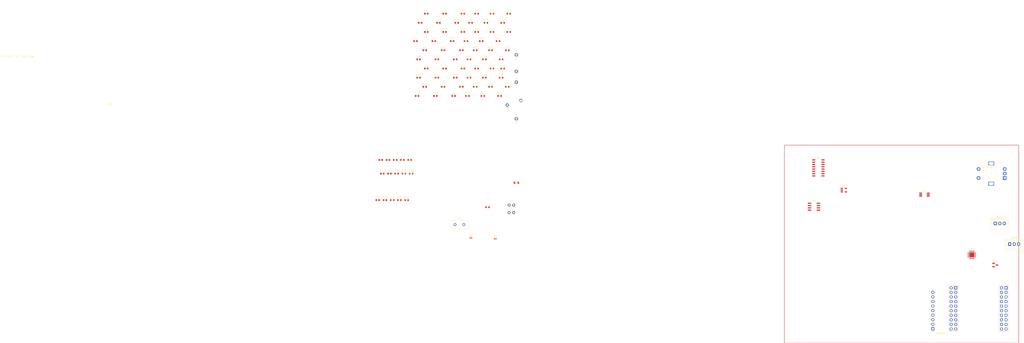
<source format=kicad_pcb>
(kicad_pcb (version 20241229) (generator "pcbnew") (generator_version "9.0")
  (layers (0 "F.Cu" signal) (2 "B.Cu" signal) (13 "F.Paste" user) (15 "B.Paste" user) (5 "F.SilkS" user "F.Silkscreen") (7 "B.SilkS" user "B.Silkscreen") (1 "F.Mask" user) (3 "B.Mask" user) (25 "Edge.Cuts" user))
  (net 0 "")
  (net 1 "Net-(U2A-+)")
  (net 2 "Net-(U1-1B2)")
  (net 3 "Net-(J2-SHIELD)")
  (net 4 "GND")
  (net 5 "Net-(C12-Pad1)")
  (net 6 "Net-(R28-Pad2)")
  (net 7 "Net-(U1-1A)")
  (net 8 "Net-(R27-Pad2)")
  (net 9 "Net-(C42-Pad1)")
  (net 10 "/VRev2.5")
  (net 11 "/I2S1_DOUT")
  (net 12 "Net-(U9-DOUT)")
  (net 13 "/I2S1_BCK")
  (net 14 "Net-(U9-BCK)")
  (net 15 "/I2S0_DOUT")
  (net 16 "Net-(U7-DOUT)")
  (net 17 "+5Vfiltered")
  (net 18 "Net-(U2B-+)")
  (net 19 "+3.3V")
  (net 20 "/SCL")
  (net 21 "Net-(U9-LRCK)")
  (net 22 "/I2S1_LRCK")
  (net 23 "Net-(U1-1B1)")
  (net 24 "Net-(U1-1B3)")
  (net 25 "Net-(U2A--)")
  (net 26 "Net-(U2B--)")
  (net 27 "Net-(U1-1B4)")
  (net 28 "Net-(U7-LRCK)")
  (net 29 "/I2S0_LRCK")
  (net 30 "Net-(U7-BCK)")
  (net 31 "/I2S0_BCK")
  (net 32 "Net-(C15-Pad1)")
  (net 33 "Net-(C16-Pad1)")
  (net 34 "+3.3Vfiltered")
  (net 35 "Net-(U3-D33)")
  (net 36 "Net-(D3-A)")
  (net 37 "Net-(Q1-B)")
  (net 38 "/SDA")
  (net 39 "Net-(U10-ISET)")
  (net 40 "Net-(Rf7-Pad2)")
  (net 41 "Net-(Rf6-Pad2)")
  (net 42 "Net-(U4-CLK0)")
  (net 43 "Net-(U1-S0)")
  (net 44 "Net-(U1-S1)")
  (net 45 "Net-(U4-CLK1)")
  (net 46 "Net-(U4-CLK2)")
  (net 47 "Net-(U7-SCKI)")
  (net 48 "Net-(U10-EN)")
  (net 49 "Net-(U10-VIN_OVSET)")
  (net 50 "Net-(J2-CC2)")
  (net 51 "Net-(U10-GND)")
  (net 52 "Net-(D4-A)")
  (net 53 "Net-(U10-LED)")
  (net 54 "Net-(Bat2-Pin_2)")
  (net 55 "Net-(U10-VBATM)")
  (net 56 "Net-(U10-BAT_STAT)")
  (net 57 "Net-(U10-NTC)")
  (net 58 "Net-(J2-CC1)")
  (net 59 "Net-(Q1-C)")
  (net 60 "Net-(U6-DClk)")
  (net 61 "Net-(U6-AMI)")
  (net 63 "Net-(D1-K)")
  (net 64 "Earth")
  (net 67 "Net-(U6-LOut)")
  (net 68 "Net-(U4-XB)")
  (net 69 "Net-(U4-XA)")
  (net 70 "Net-(C35-Pad1)")
  (net 71 "Net-(U10-DP)")
  (net 72 "+5V")
  (net 73 "Net-(U10-DM)")
  (net 74 "Net-(C36-Pad1)")
  (net 76 "Net-(U10-LX-Pad15)")
  (net 78 "Net-(C37-Pad1)")
  (net 79 "Net-(U10-BST)")
  (net 81 "Net-(D6-K)")
  (net 82 "Net-(J9-Pin_1)")
  (net 83 "Net-(J7-Pin_1)")
  (net 84 "Net-(J4-Pin_1)")
  (net 85 "Net-(J8-Pin_1)")
  (net 87 "Net-(U9-VINR)")
  (net 88 "Net-(U9-VINL)")
  (net 89 "Net-(U6-ROut)")
  (net 90 "Net-(U7-VINR)")
  (net 91 "Net-(U7-VINL)")
  (net 92 "Net-(U6-RCLK)")
  (net 93 "RST")
  (net 94 "5V")
  (net 95 "GPIO00")
  (net 96 "3.3V")
  (net 97 "GPIO25")
  (net 98 "GPIO36")
  (net 99 "NC")
  (net 100 "GPIO04")
  (net 101 "GPIO16")
  (net 102 "GPIO15")
  (net 103 "GPIO17")
  (net 104 "GPIO12")
  (net 105 "GPIO33")
  (net 106 "GPIO14")
  (net 107 "GPIO27")
  (net 108 "MOSI")
  (net 109 "SCK")
  (net 110 "SCL")
  (net 111 "SDA")
  (net 112 "DC")
  (net 113 "CS")
  (net 114 "CS-TF")
  (net 115 "GPIO39")
  (net 116 "GPIO35")
  (net 117 "GPIO06")
  (net 118 "GPIO07")
  (net 119 "GPIO08")
  (net 120 "GPIO02")
  (net 121 "GPIO32")
  (net 122 "GPIO03")
  (net 123 "GPIO01")
  (net 124 "GPIO10")
  (net 125 "GPIO11")
  (net 126 "GPIO09")
  (net 127 "GPIO34")
  (net 128 "OUT")
  (footprint "Capacitor_SMD:C_0603_1608Metric" (layer "F.Cu") (at -116.955 -22.86)
    (property "Reference" "C37" (at 0 -1.43 0) (layer "F.SilkS"))
    (property "Value" "10u")
    (pad "1" smd roundrect (at -0.775 0) (size 0.9 0.95) (layers "F.Cu" "F.Mask" "F.Paste") (net 78 "Net-(C37-Pad1)"))
    (pad "2" smd roundrect (at 0.775 0) (size 0.9 0.95) (layers "F.Cu" "F.Mask" "F.Paste") (net 4 "GND"))
  )
  (footprint "Package_SO:MSOP-10_3x3mm_P0.5mm" (layer "F.Cu") (at 145.2075 62.5)
    (property "Reference" "U4" (at 0 -2.45 0) (layer "F.SilkS"))
    (property "Value" "Si5351A-B-GT")
    (pad "1" smd roundrect (at -2.1125 -1) (size 1.625 0.35) (layers "F.Cu" "F.Mask" "F.Paste") (net 19 "+3.3V"))
    (pad "2" smd roundrect (at -2.1125 -0.5) (size 1.625 0.35) (layers "F.Cu" "F.Mask" "F.Paste") (net 69 "Net-(U4-XA)"))
    (pad "3" smd roundrect (at -2.1125 0) (size 1.625 0.35) (layers "F.Cu" "F.Mask" "F.Paste") (net 68 "Net-(U4-XB)"))
    (pad "4" smd roundrect (at -2.1125 0.5) (size 1.625 0.35) (layers "F.Cu" "F.Mask" "F.Paste") (net 20 "/SCL"))
    (pad "5" smd roundrect (at -2.1125 1) (size 1.625 0.35) (layers "F.Cu" "F.Mask" "F.Paste") (net 38 "/SDA"))
    (pad "6" smd roundrect (at 2.1125 1) (size 1.625 0.35) (layers "F.Cu" "F.Mask" "F.Paste") (net 46 "Net-(U4-CLK2)"))
    (pad "7" smd roundrect (at 2.1125 0.5) (size 1.625 0.35) (layers "F.Cu" "F.Mask" "F.Paste") (net 19 "+3.3V"))
    (pad "8" smd roundrect (at 2.1125 0) (size 1.625 0.35) (layers "F.Cu" "F.Mask" "F.Paste") (net 4 "GND"))
    (pad "9" smd roundrect (at 2.1125 -0.5) (size 1.625 0.35) (layers "F.Cu" "F.Mask" "F.Paste") (net 45 "Net-(U4-CLK1)"))
    (pad "10" smd roundrect (at 2.1125 -1) (size 1.625 0.35) (layers "F.Cu" "F.Mask" "F.Paste") (net 42 "Net-(U4-CLK0)"))
  )
  (footprint "Resistor_SMD:R_0603_1608Metric" (layer "F.Cu") (at -94.805 -27.94)
    (property "Reference" "R24" (at 0 -1.43 0) (layer "F.SilkS"))
    (property "Value" "22")
    (pad "1" smd roundrect (at -0.825 0) (size 0.8 0.95) (layers "F.Cu" "F.Mask" "F.Paste") (net 12 "Net-(U9-DOUT)"))
    (pad "2" smd roundrect (at 0.825 0) (size 0.8 0.95) (layers "F.Cu" "F.Mask" "F.Paste") (net 11 "/I2S1_DOUT"))
  )
  (footprint "Resistor_SMD:R_0603_1608Metric" (layer "F.Cu") (at -90.615 7.62)
    (property "Reference" "Rg1" (at 0 -1.43 0) (layer "F.SilkS"))
    (property "Value" "604")
    (pad "1" smd roundrect (at -0.825 0) (size 0.8 0.95) (layers "F.Cu" "F.Mask" "F.Paste") (net 41 "Net-(Rf6-Pad2)"))
    (pad "2" smd roundrect (at 0.825 0) (size 0.8 0.95) (layers "F.Cu" "F.Mask" "F.Paste") (net 10 "/VRev2.5"))
  )
  (footprint "Capacitor_SMD:C_0603_1608Metric" (layer "F.Cu") (at -124.535 -33.02)
    (property "Reference" "C17" (at 0 -1.43 0) (layer "F.SilkS"))
    (property "Value" "4.7u")
    (pad "1" smd roundrect (at -0.775 0) (size 0.9 0.95) (layers "F.Cu" "F.Mask" "F.Paste") (net 87 "Net-(U9-VINR)"))
    (pad "2" smd roundrect (at 0.775 0) (size 0.9 0.95) (layers "F.Cu" "F.Mask" "F.Paste") (net 67 "Net-(U6-LOut)"))
  )
  (footprint "Resistor_SMD:R_0603_1608Metric" (layer "F.Cu") (at -148.545 43.18)
    (property "Reference" "R1" (at -209.755 -57.35 0) (layer "F.SilkS"))
    (property "Value" "22")
    (pad "1" smd roundrect (at -0.825 0) (size 0.8 0.95) (layers "F.Cu" "F.Mask" "F.Paste") (net 28 "Net-(U7-LRCK)"))
    (pad "2" smd roundrect (at 0.825 0) (size 0.8 0.95) (layers "F.Cu" "F.Mask" "F.Paste") (net 29 "/I2S0_LRCK"))
  )
  (footprint "Capacitor_SMD:C_0603_1608Metric" (layer "F.Cu") (at -121.145 -38.1)
    (property "Reference" "C16" (at 0 -1.43 0) (layer "F.SilkS"))
    (property "Value" "4.7u")
    (pad "1" smd roundrect (at -0.775 0) (size 0.9 0.95) (layers "F.Cu" "F.Mask" "F.Paste") (net 33 "Net-(C16-Pad1)"))
    (pad "2" smd roundrect (at 0.775 0) (size 0.9 0.95) (layers "F.Cu" "F.Mask" "F.Paste") (net 90 "Net-(U7-VINR)"))
  )
  (footprint "Resistor_SMD:R_0603_1608Metric" (layer "F.Cu") (at -142.21 65.53)
    (property "Reference" "R40" (at 0 -1.43 0) (layer "F.SilkS"))
    (property "Value" "100")
    (pad "1" smd roundrect (at -0.825 0) (size 0.8 0.95) (layers "F.Cu" "F.Mask" "F.Paste") (net 53 "Net-(U10-LED)"))
    (pad "2" smd roundrect (at 0.825 0) (size 0.8 0.95) (layers "F.Cu" "F.Mask" "F.Paste") (net 52 "Net-(D4-A)"))
  )
  (footprint "Package_SO:SO-16_3.9x9.9mm_P1.27mm" (layer "F.Cu") (at 86.325 47.625)
    (property "Reference" "U1" (at 0 -5.9 0) (layer "F.SilkS"))
    (property "Value" "CBT3253")
    (pad "1" smd roundrect (at -2.575 -4.445) (size 1.75 0.6) (layers "F.Cu" "F.Mask" "F.Paste") (net 4 "GND"))
    (pad "2" smd roundrect (at -2.575 -3.175) (size 1.75 0.6) (layers "F.Cu" "F.Mask" "F.Paste") (net 44 "Net-(U1-S1)"))
    (pad "3" smd roundrect (at -2.575 -1.905) (size 1.75 0.6) (layers "F.Cu" "F.Mask" "F.Paste") (net 27 "Net-(U1-1B4)"))
    (pad "4" smd roundrect (at -2.575 -0.635) (size 1.75 0.6) (layers "F.Cu" "F.Mask" "F.Paste") (net 24 "Net-(U1-1B3)"))
    (pad "5" smd roundrect (at -2.575 0.635) (size 1.75 0.6) (layers "F.Cu" "F.Mask" "F.Paste") (net 2 "Net-(U1-1B2)"))
    (pad "6" smd roundrect (at -2.575 1.905) (size 1.75 0.6) (layers "F.Cu" "F.Mask" "F.Paste") (net 23 "Net-(U1-1B1)"))
    (pad "7" smd roundrect (at -2.575 3.175) (size 1.75 0.6) (layers "F.Cu" "F.Mask" "F.Paste") (net 7 "Net-(U1-1A)"))
    (pad "8" smd roundrect (at -2.575 4.445) (size 1.75 0.6) (layers "F.Cu" "F.Mask" "F.Paste") (net 4 "GND"))
    (pad "9" smd roundrect (at 2.575 4.445) (size 1.75 0.6) (layers "F.Cu" "F.Mask" "F.Paste") (net 7 "Net-(U1-1A)"))
    (pad "10" smd roundrect (at 2.575 3.175) (size 1.75 0.6) (layers "F.Cu" "F.Mask" "F.Paste") (net 23 "Net-(U1-1B1)"))
    (pad "11" smd roundrect (at 2.575 1.905) (size 1.75 0.6) (layers "F.Cu" "F.Mask" "F.Paste") (net 2 "Net-(U1-1B2)"))
    (pad "12" smd roundrect (at 2.575 0.635) (size 1.75 0.6) (layers "F.Cu" "F.Mask" "F.Paste") (net 24 "Net-(U1-1B3)"))
    (pad "13" smd roundrect (at 2.575 -0.635) (size 1.75 0.6) (layers "F.Cu" "F.Mask" "F.Paste") (net 27 "Net-(U1-1B4)"))
    (pad "14" smd roundrect (at 2.575 -1.905) (size 1.75 0.6) (layers "F.Cu" "F.Mask" "F.Paste") (net 43 "Net-(U1-S0)"))
    (pad "15" smd roundrect (at 2.575 -3.175) (size 1.75 0.6) (layers "F.Cu" "F.Mask" "F.Paste") (net 4 "GND"))
    (pad "16" smd roundrect (at 2.575 -4.445) (size 1.75 0.6) (layers "F.Cu" "F.Mask" "F.Paste") (net 17 "+5Vfiltered"))
  )
  (footprint "MountingHole:MountingHole_2.2mm_M2_DIN965" (layer "F.Cu") (at 149.86 142.24 180)
    (property "Reference" "M2" (hide yes))
    (property "Value" "")
    (pad "" np_thru_hole circle (at 0 0 180) (size 2.2 2.2) (drill 2.2) (layers "*.Cu" "*.Mask"))
  )
  (footprint "MountingHole:MountingHole_2.2mm_M2_DIN965" (layer "F.Cu") (at 193.04 142.24 180)
    (property "Reference" "M2" (hide yes))
    (property "Value" "")
    (pad "" np_thru_hole circle (at 0 0 180) (size 2.2 2.2) (drill 2.2) (layers "*.Cu" "*.Mask"))
  )
  (footprint "Capacitor_SMD:C_0603_1608Metric" (layer "F.Cu") (at -125.4 -12.7)
    (property "Reference" "C22" (at 0 -1.43 0) (layer "F.SilkS"))
    (property "Value" "22p")
    (pad "1" smd roundrect (at -0.775 0) (size 0.9 0.95) (layers "F.Cu" "F.Mask" "F.Paste") (net 4 "GND"))
    (pad "2" smd roundrect (at 0.775 0) (size 0.9 0.95) (layers "F.Cu" "F.Mask" "F.Paste") (net 92 "Net-(U6-RCLK)"))
  )
  (footprint "Resistor_SMD:R_0603_1608Metric" (layer "F.Cu") (at -109.285 -22.86)
    (property "Reference" "R7" (at 0 -1.43 0) (layer "F.SilkS"))
    (property "Value" "4.7kΩ")
    (pad "1" smd roundrect (at -0.825 0) (size 0.8 0.95) (layers "F.Cu" "F.Mask" "F.Paste") (net 19 "+3.3V"))
    (pad "2" smd roundrect (at 0.825 0) (size 0.8 0.95) (layers "F.Cu" "F.Mask" "F.Paste") (net 38 "/SDA"))
  )
  (footprint "Capacitor_SMD:C_0603_1608Metric" (layer "F.Cu") (at -115.24 -2.54)
    (property "Reference" "C43" (at 0 -1.43 0) (layer "F.SilkS"))
    (property "Value" "100n")
    (pad "1" smd roundrect (at -0.775 0) (size 0.9 0.95) (layers "F.Cu" "F.Mask" "F.Paste") (net 17 "+5Vfiltered"))
    (pad "2" smd roundrect (at 0.775 0) (size 0.9 0.95) (layers "F.Cu" "F.Mask" "F.Paste") (net 4 "GND"))
  )
  (footprint "Inductor_SMD:L_0603_1608Metric" (layer "F.Cu") (at -111.835 2.54)
    (property "Reference" "L5" (at 0 -1.43 0) (layer "F.SilkS"))
    (property "Value" "Ferrite_perl")
    (pad "1" smd roundrect (at -0.7875 0) (size 0.875 0.95) (layers "F.Cu" "F.Mask" "F.Paste") (net 19 "+3.3V"))
    (pad "2" smd roundrect (at 0.7875 0) (size 0.875 0.95) (layers "F.Cu" "F.Mask" "F.Paste") (net 83 "Net-(J7-Pin_1)"))
  )
  (footprint "Connector_Pin:Pin_D0.9mm_L10.0mm_W2.4mm_FlatFork" (layer "F.Cu") (at -81.28 -15.24)
    (property "Reference" "J1" (at 0 1.95 0) (layer "F.SilkS"))
    (property "Value" "RF_GMD")
    (pad "1" thru_hole circle (at 0 0) (size 1.8 1.8) (drill 0.9) (layers "*.Cu" "*.Mask") (net 4 "GND"))
  )
  (footprint "Capacitor_SMD:C_0603_1608Metric" (layer "F.Cu") (at -137.275 -22.86)
    (property "Reference" "C4" (at 0 -1.43 0) (layer "F.SilkS"))
    (property "Value" "220n")
    (pad "1" smd roundrect (at -0.775 0) (size 0.9 0.95) (layers "F.Cu" "F.Mask" "F.Paste") (net 2 "Net-(U1-1B2)"))
    (pad "2" smd roundrect (at 0.775 0) (size 0.9 0.95) (layers "F.Cu" "F.Mask" "F.Paste") (net 4 "GND"))
  )
  (footprint "Capacitor_SMD:C_0603_1608Metric" (layer "F.Cu") (at -131.305 -38.1)
    (property "Reference" "C1" (at 0 -1.43 0) (layer "F.SilkS"))
    (property "Value" "100p")
    (pad "1" smd roundrect (at -0.775 0) (size 0.9 0.95) (layers "F.Cu" "F.Mask" "F.Paste") (net 63 "Net-(D1-K)"))
    (pad "2" smd roundrect (at 0.775 0) (size 0.9 0.95) (layers "F.Cu" "F.Mask" "F.Paste") (net 85 "Net-(J8-Pin_1)"))
  )
  (footprint "Capacitor_SMD:C_0603_1608Metric" (layer "F.Cu") (at -158.25 65.53)
    (property "Reference" "C15" (at 0 -1.43 0) (layer "F.SilkS"))
    (property "Value" "4.7u")
    (pad "1" smd roundrect (at -0.775 0) (size 0.9 0.95) (layers "F.Cu" "F.Mask" "F.Paste") (net 32 "Net-(C15-Pad1)"))
    (pad "2" smd roundrect (at 0.775 0) (size 0.9 0.95) (layers "F.Cu" "F.Mask" "F.Paste") (net 91 "Net-(U7-VINL)"))
  )
  (footprint "Capacitor_SMD:C_0603_1608Metric" (layer "F.Cu") (at -127.115 -22.86)
    (property "Reference" "C20" (at 0 -1.43 0) (layer "F.SilkS"))
    (property "Value" "10u")
    (pad "1" smd roundrect (at -0.775 0) (size 0.9 0.95) (layers "F.Cu" "F.Mask" "F.Paste") (net 4 "GND"))
    (pad "2" smd roundrect (at 0.775 0) (size 0.9 0.95) (layers "F.Cu" "F.Mask" "F.Paste") (net 17 "+5Vfiltered"))
  )
  (footprint "Resistor_SMD:R_0603_1608Metric" (layer "F.Cu") (at -146.22 65.53)
    (property "Reference" "R21" (at 0 -1.43 0) (layer "F.SilkS"))
    (property "Value" "22")
    (pad "1" smd roundrect (at -0.825 0) (size 0.8 0.95) (layers "F.Cu" "F.Mask" "F.Paste") (net 16 "Net-(U7-DOUT)"))
    (pad "2" smd roundrect (at 0.825 0) (size 0.8 0.95) (layers "F.Cu" "F.Mask" "F.Paste") (net 15 "/I2S0_DOUT"))
  )
  (footprint "Capacitor_SMD:C_0603_1608Metric" (layer "F.Cu") (at -121.97 -17.78)
    (property "Reference" "C21" (at 0 -1.43 0) (layer "F.SilkS"))
    (property "Value" "22p")
    (pad "1" smd roundrect (at -0.775 0) (size 0.9 0.95) (layers "F.Cu" "F.Mask" "F.Paste") (net 4 "GND"))
    (pad "2" smd roundrect (at 0.775 0) (size 0.9 0.95) (layers "F.Cu" "F.Mask" "F.Paste") (net 60 "Net-(U6-DClk)"))
  )
  (footprint "Diode_SMD:D_SOD-882D" (layer "F.Cu") (at -106.495 86.52)
    (property "Reference" "D6" (at 0 -1.35 0) (layer "F.SilkS"))
    (property "Value" "PESD5V0L1ULD")
    (pad "1" smd roundrect (at -0.4 0) (size 0.5 0.7) (layers "F.Cu" "F.Mask") (net 81 "Net-(D6-K)"))
    (pad "2" smd roundrect (at 0.4 0) (size 0.5 0.7) (layers "F.Cu" "F.Mask") (net 4 "GND"))
  )
  (footprint "Resistor_SMD:R_0603_1608Metric" (layer "F.Cu") (at -140.525 43.18)
    (property "Reference" "R38" (at -209.755 -57.35 0) (layer "F.SilkS"))
    (property "Value" "100")
    (pad "1" smd roundrect (at -0.825 0) (size 0.8 0.95) (layers "F.Cu" "F.Mask" "F.Paste") (net 56 "Net-(U10-BAT_STAT)"))
    (pad "2" smd roundrect (at 0.825 0) (size 0.8 0.95) (layers "F.Cu" "F.Mask" "F.Paste") (net 36 "Net-(D3-A)"))
  )
  (footprint "Resistor_SMD:R_0603_1608Metric" (layer "F.Cu") (at -103.315 -7.62)
    (property "Reference" "R11" (at 0 -1.43 0) (layer "F.SilkS"))
    (property "Value" "1k")
    (pad "1" smd roundrect (at -0.825 0) (size 0.8 0.95) (layers "F.Cu" "F.Mask" "F.Paste") (net 18 "Net-(U2B-+)"))
    (pad "2" smd roundrect (at 0.825 0) (size 0.8 0.95) (layers "F.Cu" "F.Mask" "F.Paste") (net 23 "Net-(U1-1B1)"))
  )
  (footprint "Capacitor_SMD:C_0603_1608Metric" (layer "F.Cu") (at -111.81 -17.78)
    (property "Reference" "C40" (at 0 -1.43 0) (layer "F.SilkS"))
    (property "Value" "100p")
    (pad "1" smd roundrect (at -0.775 0) (size 0.9 0.95) (layers "F.Cu" "F.Mask" "F.Paste") (net 81 "Net-(D6-K)"))
    (pad "2" smd roundrect (at 0.775 0) (size 0.9 0.95) (layers "F.Cu" "F.Mask" "F.Paste") (net 4 "GND"))
  )
  (footprint "Resistor_SMD:R_0603_1608Metric" (layer "F.Cu") (at -103.315 -27.94)
    (property "Reference" "R6" (at 0 -1.43 0) (layer "F.SilkS"))
    (property "Value" "10K")
    (pad "1" smd roundrect (at -0.825 0) (size 0.8 0.95) (layers "F.Cu" "F.Mask" "F.Paste") (net 37 "Net-(Q1-B)"))
    (pad "2" smd roundrect (at 0.825 0) (size 0.8 0.95) (layers "F.Cu" "F.Mask" "F.Paste") (net 36 "Net-(D3-A)"))
  )
  (footprint "Resistor_SMD:R_0603_1608Metric" (layer "F.Cu") (at -86.36 2.54)
    (property "Reference" "Rf7" (at 0 -1.43 0) (layer "F.SilkS"))
    (property "Value" "604")
    (pad "1" smd roundrect (at -0.825 0) (size 0.8 0.95) (layers "F.Cu" "F.Mask" "F.Paste") (net 6 "Net-(R28-Pad2)"))
    (pad "2" smd roundrect (at 0.825 0) (size 0.8 0.95) (layers "F.Cu" "F.Mask" "F.Paste") (net 40 "Net-(Rf7-Pad2)"))
  )
  (footprint "Resistor_SMD:R_0603_1608Metric" (layer "F.Cu") (at -107.57 -2.54)
    (property "Reference" "R12" (at 0 -1.43 0) (layer "F.SilkS"))
    (property "Value" "1k")
    (pad "1" smd roundrect (at -0.825 0) (size 0.8 0.95) (layers "F.Cu" "F.Mask" "F.Paste") (net 1 "Net-(U2A-+)"))
    (pad "2" smd roundrect (at 0.825 0) (size 0.8 0.95) (layers "F.Cu" "F.Mask" "F.Paste") (net 2 "Net-(U1-1B2)"))
  )
  (footprint "Resistor_SMD:R_0603_1608Metric" (layer "F.Cu") (at -103.315 -38.1)
    (property "Reference" "R4" (at 0 -1.43 0) (layer "F.SilkS"))
    (property "Value" "47k")
    (pad "1" smd roundrect (at -0.825 0) (size 0.8 0.95) (layers "F.Cu" "F.Mask" "F.Paste") (net 33 "Net-(C16-Pad1)"))
    (pad "2" smd roundrect (at 0.825 0) (size 0.8 0.95) (layers "F.Cu" "F.Mask" "F.Paste") (net 25 "Net-(U2A--)"))
  )
  (footprint "Capacitor_SMD:C_0603_1608Metric" (layer "F.Cu") (at -134.695 -33.02)
    (property "Reference" "C2" (at 0 -1.43 0) (layer "F.SilkS"))
    (property "Value" "220n")
    (pad "1" smd roundrect (at -0.775 0) (size 0.9 0.95) (layers "F.Cu" "F.Mask" "F.Paste") (net 23 "Net-(U1-1B1)"))
    (pad "2" smd roundrect (at 0.775 0) (size 0.9 0.95) (layers "F.Cu" "F.Mask" "F.Paste") (net 4 "GND"))
  )
  (footprint "Resistor_SMD:R_0603_1608Metric" (layer "F.Cu") (at -94.805 -7.62)
    (property "Reference" "R34" (at 0 -1.43 0) (layer "F.SilkS"))
    (property "Value" "1M")
    (pad "1" smd roundrect (at -0.825 0) (size 0.8 0.95) (layers "F.Cu" "F.Mask" "F.Paste") (net 3 "Net-(J2-SHIELD)"))
    (pad "2" smd roundrect (at 0.825 0) (size 0.8 0.95) (layers "F.Cu" "F.Mask" "F.Paste") (net 4 "GND"))
  )
  (footprint "Resistor_SMD:R_0603_1608Metric" (layer "F.Cu") (at -91.48 -22.86)
    (property "Reference" "R44" (at 0 -1.43 0) (layer "F.SilkS"))
    (property "Value" "5.1K")
    (pad "1" smd roundrect (at -0.825 0) (size 0.8 0.95) (layers "F.Cu" "F.Mask" "F.Paste") (net 48 "Net-(U10-EN)"))
    (pad "2" smd roundrect (at 0.825 0) (size 0.8 0.95) (layers "F.Cu" "F.Mask" "F.Paste") (net 4 "GND"))
  )
  (footprint "Package_SO:SOIC-8_3.9x4.9mm_P1.27mm" (layer "F.Cu") (at 83.885 69.215)
    (property "Reference" "U6" (at 0 -3.4 0) (layer "F.SilkS"))
    (property "Value" "Si4732-A10")
    (pad "1" smd roundrect (at -2.475 -1.905) (size 1.95 0.6) (layers "F.Cu" "F.Mask" "F.Paste") (net 67 "Net-(U6-LOut)"))
    (pad "2" smd roundrect (at -2.475 -0.635) (size 1.95 0.6) (layers "F.Cu" "F.Mask" "F.Paste") (net 60 "Net-(U6-DClk)"))
    (pad "3" smd roundrect (at -2.475 0.635) (size 1.95 0.6) (layers "F.Cu" "F.Mask" "F.Paste"))
    (pad "4" smd roundrect (at -2.475 1.905) (size 1.95 0.6) (layers "F.Cu" "F.Mask" "F.Paste"))
    (pad "5" smd roundrect (at 2.475 1.905) (size 1.95 0.6) (layers "F.Cu" "F.Mask" "F.Paste"))
    (pad "6" smd roundrect (at 2.475 0.635) (size 1.95 0.6) (layers "F.Cu" "F.Mask" "F.Paste") (net 63 "Net-(D1-K)"))
    (pad "7" smd roundrect (at 2.475 -0.635) (size 1.95 0.6) (layers "F.Cu" "F.Mask" "F.Paste") (net 64 "Earth"))
    (pad "8" smd roundrect (at 2.475 -1.905) (size 1.95 0.6) (layers "F.Cu" "F.Mask" "F.Paste") (net 61 "Net-(U6-AMI)"))
  )
  (footprint "Capacitor_SMD:C_0603_1608Metric" (layer "F.Cu") (at -121.145 -27.94)
    (property "Reference" "C18" (at 0 -1.43 0) (layer "F.SilkS"))
    (property "Value" "4.7u")
    (pad "1" smd roundrect (at -0.775 0) (size 0.9 0.95) (layers "F.Cu" "F.Mask" "F.Paste") (net 88 "Net-(U9-VINL)"))
    (pad "2" smd roundrect (at 0.775 0) (size 0.9 0.95) (layers "F.Cu" "F.Mask" "F.Paste") (net 89 "Net-(U6-ROut)"))
  )
  (footprint "Resistor_SMD:R_0603_1608Metric" (layer "F.Cu") (at -99.06 -2.54)
    (property "Reference" "R35" (at 0 -1.43 0) (layer "F.SilkS"))
    (property "Value" "5.1K")
    (pad "1" smd roundrect (at -0.825 0) (size 0.8 0.95) (layers "F.Cu" "F.Mask" "F.Paste") (net 50 "Net-(J2-CC2)"))
    (pad "2" smd roundrect (at 0.825 0) (size 0.8 0.95) (layers "F.Cu" "F.Mask" "F.Paste") (net 4 "GND"))
  )
  (footprint "Connector_Pin:Pin_D0.9mm_L10.0mm_W2.4mm_FlatFork" (layer "F.Cu") (at -81.28 20.32)
    (property "Reference" "J9" (at 0 1.95 0) (layer "F.SilkS"))
    (property "Value" "RF_In")
    (pad "1" thru_hole circle (at 0 0) (size 1.8 1.8) (drill 0.9) (layers "*.Cu" "*.Mask") (net 82 "Net-(J9-Pin_1)"))
  )
  (footprint "Resistor_SMD:R_0603_1608Metric" (layer "F.Cu") (at -144.535 43.18)
    (property "Reference" "R19" (at -209.755 -57.35 0) (layer "F.SilkS"))
    (property "Value" "47k")
    (pad "1" smd roundrect (at -0.825 0) (size 0.8 0.95) (layers "F.Cu" "F.Mask" "F.Paste") (net 18 "Net-(U2B-+)"))
    (pad "2" smd roundrect (at 0.825 0) (size 0.8 0.95) (layers "F.Cu" "F.Mask" "F.Paste") (net 10 "/VRev2.5"))
  )
  (footprint "Capacitor_SMD:C_0603_1608Metric" (layer "F.Cu") (at -135.56 -12.7)
    (property "Reference" "C8" (at 0 -1.43 0) (layer "F.SilkS"))
    (property "Value" "270p")
    (pad "1" smd roundrect (at -0.775 0) (size 0.9 0.95) (layers "F.Cu" "F.Mask" "F.Paste") (net 82 "Net-(J9-Pin_1)"))
    (pad "2" smd roundrect (at 0.775 0) (size 0.9 0.95) (layers "F.Cu" "F.Mask" "F.Paste") (net 4 "GND"))
  )
  (footprint "Capacitor_SMD:C_0603_1608Metric" (layer "F.Cu") (at -156.565 43.18)
    (property "Reference" "C13" (at -209.755 -57.35 0) (layer "F.SilkS"))
    (property "Value" "2..20p")
    (pad "1" smd roundrect (at -0.775 0) (size 0.9 0.95) (layers "F.Cu" "F.Mask" "F.Paste") (net 69 "Net-(U4-XA)"))
    (pad "2" smd roundrect (at 0.775 0) (size 0.9 0.95) (layers "F.Cu" "F.Mask" "F.Paste") (net 4 "GND"))
  )
  (footprint "Capacitor_SMD:C_0603_1608Metric" (layer "F.Cu") (at -154.24 65.53)
    (property "Reference" "C31" (at 0 -1.43 0) (layer "F.SilkS"))
    (property "Value" "100n")
    (pad "1" smd roundrect (at -0.775 0) (size 0.9 0.95) (layers "F.Cu" "F.Mask" "F.Paste") (net 4 "GND"))
    (pad "2" smd roundrect (at 0.775 0) (size 0.9 0.95) (layers "F.Cu" "F.Mask" "F.Paste") (net 17 "+5Vfiltered"))
  )
  (footprint "Connector_JST:JST_XH_B3B-XH-A_1x03_P2.50mm_Vertical" (layer "F.Cu") (at 184.5 78.5)
    (property "Reference" "Bat2" (at 2.5 -3.55 0) (layer "F.SilkS"))
    (property "Value" "JST-XH")
    (pad "1" thru_hole roundrect (at 0 0) (size 1.7 1.95) (drill 0.95) (layers "*.Cu" "*.Mask") (roundrect_rratio 0.147059) (net 4 "GND"))
    (pad "2" thru_hole oval (at 2.5 0) (size 1.7 1.95) (drill 0.95) (layers "*.Cu" "*.Mask") (net 54 "Net-(Bat2-Pin_2)"))
    (pad "3" thru_hole oval (at 5 0) (size 1.7 1.95) (drill 0.95) (layers "*.Cu" "*.Mask") (net 72 "+5V"))
  )
  (footprint "Resistor_SMD:R_0603_1608Metric" (layer "F.Cu") (at -99.91 7.62)
    (property "Reference" "R37" (at 0 -1.43 0) (layer "F.SilkS"))
    (property "Value" "33k")
    (pad "1" smd roundrect (at -0.825 0) (size 0.8 0.95) (layers "F.Cu" "F.Mask" "F.Paste") (net 57 "Net-(U10-NTC)"))
    (pad "2" smd roundrect (at 0.825 0) (size 0.8 0.95) (layers "F.Cu" "F.Mask" "F.Paste") (net 4 "GND"))
  )
  (footprint "MountingHole:MountingHole_2.2mm_M2_DIN965" (layer "F.Cu") (at 71.12 142.24 180)
    (property "Reference" "M2" (hide yes))
    (property "Value" "")
    (pad "" np_thru_hole circle (at 0 0 180) (size 2.2 2.2) (drill 2.2) (layers "*.Cu" "*.Mask"))
  )
  (footprint "Resistor_SMD:R_0603_1608Metric" (layer "F.Cu") (at -95.63 -17.78)
    (property "Reference" "R27" (at 0 -1.43 0) (layer "F.SilkS"))
    (property "Value" "22")
    (pad "1" smd roundrect (at -0.825 0) (size 0.8 0.95) (layers "F.Cu" "F.Mask" "F.Paste") (net 7 "Net-(U1-1A)"))
    (pad "2" smd roundrect (at 0.825 0) (size 0.8 0.95) (layers "F.Cu" "F.Mask" "F.Paste") (net 8 "Net-(R27-Pad2)"))
  )
  (footprint "Capacitor_SMD:C_0603_1608Metric" (layer "F.Cu") (at -131.305 -27.94)
    (property "Reference" "C3" (at 0 -1.43 0) (layer "F.SilkS"))
    (property "Value" "220n")
    (pad "1" smd roundrect (at -0.775 0) (size 0.9 0.95) (layers "F.Cu" "F.Mask" "F.Paste") (net 27 "Net-(U1-1B4)"))
    (pad "2" smd roundrect (at 0.775 0) (size 0.9 0.95) (layers "F.Cu" "F.Mask" "F.Paste") (net 4 "GND"))
  )
  (footprint "Capacitor_SMD:C_0603_1608Metric" (layer "F.Cu") (at -121.995 2.54)
    (property "Reference" "C27" (at 0 -1.43 0) (layer "F.SilkS"))
    (property "Value" "10u")
    (pad "1" smd roundrect (at -0.775 0) (size 0.9 0.95) (layers "F.Cu" "F.Mask" "F.Paste") (net 10 "/VRev2.5"))
    (pad "2" smd roundrect (at 0.775 0) (size 0.9 0.95) (layers "F.Cu" "F.Mask" "F.Paste") (net 4 "GND"))
  )
  (footprint "Connector_JST:JST_XH_B3B-XH-A_1x03_P2.50mm_Vertical" (layer "F.Cu") (at 192.5 90)
    (property "Reference" "Bat3" (at 2.5 -3.55 0) (layer "F.SilkS"))
    (property "Value" "JST-XH")
    (pad "1" thru_hole roundrect (at 0 0) (size 1.7 1.95) (drill 0.95) (layers "*.Cu" "*.Mask") (roundrect_rratio 0.147059) (net 4 "GND"))
    (pad "2" thru_hole oval (at 2.5 0) (size 1.7 1.95) (drill 0.95) (layers "*.Cu" "*.Mask") (net 54 "Net-(Bat2-Pin_2)"))
    (pad "3" thru_hole oval (at 5 0) (size 1.7 1.95) (drill 0.95) (layers "*.Cu" "*.Mask") (net 72 "+5V"))
  )
  (footprint "Resistor_SMD:R_0603_1608Metric" (layer "F.Cu") (at -89.765 -12.7)
    (property "Reference" "Rf2" (at 0 -1.43 0) (layer "F.SilkS"))
    (property "Value" "47")
    (pad "1" smd roundrect (at -0.825 0) (size 0.8 0.95) (layers "F.Cu" "F.Mask" "F.Paste") (net 44 "Net-(U1-S1)"))
    (pad "2" smd roundrect (at 0.825 0) (size 0.8 0.95) (layers "F.Cu" "F.Mask" "F.Paste") (net 45 "Net-(U4-CLK1)"))
  )
  (footprint "Capacitor_SMD:C_0603_1608Metric" (layer "F.Cu") (at -110.985 -7.62)
    (property "Reference" "C42" (at 0 -1.43 0) (layer "F.SilkS"))
    (property "Value" "100n")
    (pad "1" smd roundrect (at -0.775 0) (size 0.9 0.95) (layers "F.Cu" "F.Mask" "F.Paste") (net 9 "Net-(C42-Pad1)"))
    (pad "2" smd roundrect (at 0.775 0) (size 0.9 0.95) (layers "F.Cu" "F.Mask" "F.Paste") (net 81 "Net-(D6-K)"))
  )
  (footprint "Resistor_SMD:R_0603_1608Metric" (layer "F.Cu") (at -86.335 -17.78)
    (property "Reference" "Rf1" (at 0 -1.43 0) (layer "F.SilkS"))
    (property "Value" "33")
    (pad "1" smd roundrect (at -0.825 0) (size 0.8 0.95) (layers "F.Cu" "F.Mask" "F.Paste") (net 47 "Net-(U7-SCKI)"))
    (pad "2" smd roundrect (at 0.825 0) (size 0.8 0.95) (layers "F.Cu" "F.Mask" "F.Paste") (net 46 "Net-(U4-CLK2)"))
  )
  (footprint "Resistor_SMD:R_0603_1608Metric" (layer "F.Cu") (at -85.51 -38.1)
    (property "Reference" "R41" (at 0 -1.43 0) (layer "F.SilkS"))
    (property "Value" "120K")
    (pad "1" smd roundrect (at -0.825 0) (size 0.8 0.95) (layers "F.Cu" "F.Mask" "F.Paste") (net 51 "Net-(U10-GND)"))
    (pad "2" smd roundrect (at 0.825 0) (size 0.8 0.95) (layers "F.Cu" "F.Mask" "F.Paste") (net 4 "GND"))
  )
  (footprint "Connector_Pin:Pin_D0.9mm_L10.0mm_W2.4mm_FlatFork" (layer "F.Cu") (at -81.28 0)
    (property "Reference" "J5" (at 2.54 10.43 0) (layer "F.SilkS"))
    (property "Value" "+5V")
    (pad "1" thru_hole circle (at 0 0) (size 1.8 1.8) (drill 0.9) (layers "*.Cu" "*.Mask"))
  )
  (footprint "Resistor_SMD:R_0603_1608Metric" (layer "F.Cu") (at -150.23 65.53)
    (property "Reference" "R3" (at 0 -1.43 0) (layer "F.SilkS"))
    (property "Value" "47k")
    (pad "1" smd roundrect (at -0.825 0) (size 0.8 0.95) (layers "F.Cu" "F.Mask" "F.Paste") (net 32 "Net-(C15-Pad1)"))
    (pad "2" smd roundrect (at 0.825 0) (size 0.8 0.95) (layers "F.Cu" "F.Mask" "F.Paste") (net 26 "Net-(U2B--)"))
  )
  (footprint "Capacitor_SMD:C_0603_1608Metric" (layer "F.Cu") (at -121.145 -7.62)
    (property "Reference" "C23" (at 0 -1.43 0) (layer "F.SilkS"))
    (property "Value" "100n")
    (pad "1" smd roundrect (at -0.775 0) (size 0.9 0.95) (layers "F.Cu" "F.Mask" "F.Paste") (net 4 "GND"))
    (pad "2" smd roundrect (at 0.775 0) (size 0.9 0.95) (layers "F.Cu" "F.Mask" "F.Paste") (net 34 "+3.3Vfiltered"))
  )
  (footprint "Connector_Pin:Pin_D0.9mm_L10.0mm_W2.4mm_FlatFork" (layer "F.Cu") (at -86.36 12.7)
    (property "Reference" "J8" (at 0 1.95 0) (layer "F.SilkS"))
    (property "Value" "RF_In")
    (pad "1" thru_hole circle (at 0 0) (size 1.8 1.8) (drill 0.9) (layers "*.Cu" "*.Mask") (net 85 "Net-(J8-Pin_1)"))
  )
  (footprint "MountingHole:MountingHole_2.2mm_M2_DIN965" (layer "F.Cu") (at 71.12 38.1 180)
    (property "Reference" "M2" (hide yes))
    (property "Value" "")
    (pad "" np_thru_hole circle (at 0 0 180) (size 2.2 2.2) (drill 2.2) (layers "*.Cu" "*.Mask"))
  )
  (footprint "Capacitor_SMD:C_0603_1608Metric" (layer "F.Cu") (at -152.555 43.18)
    (property "Reference" "C29" (at -209.755 -57.35 0) (layer "F.SilkS"))
    (property "Value" "10u")
    (pad "1" smd roundrect (at -0.775 0) (size 0.9 0.95) (layers "F.Cu" "F.Mask" "F.Paste") (net 4 "GND"))
    (pad "2" smd roundrect (at 0.775 0) (size 0.9 0.95) (layers "F.Cu" "F.Mask" "F.Paste") (net 17 "+5Vfiltered"))
  )
  (footprint "Capacitor_SMD:C_0603_1608Metric" (layer "F.Cu") (at -135.56 -2.54)
    (property "Reference" "C10" (at 0 -1.43 0) (layer "F.SilkS"))
    (property "Value" "2.2u")
    (pad "1" smd roundrect (at -0.775 0) (size 0.9 0.95) (layers "F.Cu" "F.Mask" "F.Paste") (net 17 "+5Vfiltered"))
    (pad "2" smd roundrect (at 0.775 0) (size 0.9 0.95) (layers "F.Cu" "F.Mask" "F.Paste") (net 4 "GND"))
  )
  (footprint "Capacitor_SMD:C_0603_1608Metric" (layer "F.Cu") (at -110.985 -38.1)
    (property "Reference" "C34" (at 0 -1.43 0) (layer "F.SilkS"))
    (property "Value" "10u")
    (pad "1" smd roundrect (at -0.775 0) (size 0.9 0.95) (layers "F.Cu" "F.Mask" "F.Paste") (net 48 "Net-(U10-EN)"))
    (pad "2" smd roundrect (at 0.775 0) (size 0.9 0.95) (layers "F.Cu" "F.Mask" "F.Paste") (net 4 "GND"))
  )
  (footprint "Capacitor_SMD:C_0603_1608Metric" (layer "F.Cu") (at -131.305 -7.62)
    (property "Reference" "C9" (at 0 -1.43 0) (layer "F.SilkS"))
    (property "Value" "4.7n")
    (pad "1" smd roundrect (at -0.775 0) (size 0.9 0.95) (layers "F.Cu" "F.Mask" "F.Paste") (net 3 "Net-(J2-SHIELD)"))
    (pad "2" smd roundrect (at 0.775 0) (size 0.9 0.95) (layers "F.Cu" "F.Mask" "F.Paste") (net 4 "GND"))
  )
  (footprint "Package_TO_SOT_SMD:SOT-23" (layer "F.Cu") (at 184.4825 101.6)
    (property "Reference" "Q1" (at 0 -2.4 0) (layer "F.SilkS"))
    (property "Value" "BC847")
    (pad "1" smd roundrect (at -0.9375 -0.95) (size 1.475 0.6) (layers "F.Cu" "F.Mask" "F.Paste") (net 37 "Net-(Q1-B)"))
    (pad "2" smd roundrect (at -0.9375 0.95) (size 1.475 0.6) (layers "F.Cu" "F.Mask" "F.Paste") (net 4 "GND"))
    (pad "3" smd roundrect (at 0.9375 0) (size 1.475 0.6) (layers "F.Cu" "F.Mask" "F.Paste") (net 59 "Net-(Q1-C)"))
  )
  (footprint "Capacitor_SMD:C_0603_1608Metric" (layer "F.Cu") (at -132.155 2.54)
    (property "Reference" "C11" (at 0 -1.43 0) (layer "F.SilkS"))
    (property "Value" "100n")
    (pad "1" smd roundrect (at -0.775 0) (size 0.9 0.95) (layers "F.Cu" "F.Mask" "F.Paste") (net 17 "+5Vfiltered"))
    (pad "2" smd roundrect (at 0.775 0) (size 0.9 0.95) (layers "F.Cu" "F.Mask" "F.Paste") (net 4 "GND"))
  )
  (footprint "Connector_PinHeader_2.54mm:PinHeader_1x09_P2.54mm_Vertical" (layer "F.Cu") (at 149.86 137.0965 180)
    (property "Reference" "Display" (at -4.3815 -2.38 0) (layer "F.SilkS"))
    (property "Value" "")
    (pad "1" thru_hole rect (at 0 0 180) (size 1.7 1.7) (drill 1) (layers "*.Cu" "*.Mask") (net 4 "GND"))
    (pad "2" thru_hole circle (at 0 2.54 180) (size 1.7 1.7) (drill 1) (layers "*.Cu" "*.Mask") (net 96 "3.3V"))
    (pad "3" thru_hole circle (at 0 5.08 180) (size 1.7 1.7) (drill 1) (layers "*.Cu" "*.Mask") (net 109 "SCK"))
    (pad "4" thru_hole circle (at 0 7.62 180) (size 1.7 1.7) (drill 1) (layers "*.Cu" "*.Mask") (net 108 "MOSI"))
    (pad "5" thru_hole circle (at 0 10.16 180) (size 1.7 1.7) (drill 1) (layers "*.Cu" "*.Mask") (net 93 "RST"))
    (pad "6" thru_hole circle (at 0 12.7 180) (size 1.7 1.7) (drill 1) (layers "*.Cu" "*.Mask") (net 112 "DC"))
    (pad "7" thru_hole circle (at 0 15.24 180) (size 1.7 1.7) (drill 1) (layers "*.Cu" "*.Mask") (net 113 "CS"))
    (pad "8" thru_hole circle (at 0 17.78 180) (size 1.7 1.7) (drill 1) (layers "*.Cu" "*.Mask") (net 114 "CS-TF"))
    (pad "9" thru_hole circle (at 0 20.32 180) (size 1.7 1.7) (drill 1) (layers "*.Cu" "*.Mask") (net 128 "OUT"))
  )
  (footprint "Capacitor_THT:C_Disc_D3.8mm_W2.6mm_P2.50mm" (layer "F.Cu") (at -85.295 68.32)
    (property "Reference" "C6" (at 1.25 -2.55 0) (layer "F.SilkS"))
    (property "Value" "1.2n")
    (pad "1" thru_hole circle (at 0 0) (size 1.6 1.6) (drill 0.8) (layers "*.Cu" "*.Mask") (net 26 "Net-(U2B--)"))
    (pad "2" thru_hole circle (at 2.5 0) (size 1.6 1.6) (drill 0.8) (layers "*.Cu" "*.Mask") (net 32 "Net-(C15-Pad1)"))
  )
  (footprint "Resistor_SMD:R_0603_1608Metric" (layer "F.Cu") (at -88.9 -33.02)
    (property "Reference" "R42" (at 0 -1.43 0) (layer "F.SilkS"))
    (property "Value" "120K")
    (pad "1" smd roundrect (at -0.825 0) (size 0.8 0.95) (layers "F.Cu" "F.Mask" "F.Paste") (net 49 "Net-(U10-VIN_OVSET)"))
    (pad "2" smd roundrect (at 0.825 0) (size 0.8 0.95) (layers "F.Cu" "F.Mask" "F.Paste") (net 4 "GND"))
  )
  (footprint "Resistor_SMD:R_0603_1608Metric" (layer "F.Cu") (at -104.165 2.54)
    (property "Reference" "R17" (at 0 -1.43 0) (layer "F.SilkS"))
    (property "Value" "4.7kΩ")
    (pad "1" smd roundrect (at -0.825 0) (size 0.8 0.95) (layers "F.Cu" "F.Mask" "F.Paste") (net 19 "+3.3V"))
    (pad "2" smd roundrect (at 0.825 0) (size 0.8 0.95) (layers "F.Cu" "F.Mask" "F.Paste") (net 20 "/SCL"))
  )
  (footprint "Capacitor_SMD:C_0603_1608Metric" (layer "F.Cu") (at -126.25 7.62)
    (property "Reference" "C28" (at 0 -1.43 0) (layer "F.SilkS"))
    (property "Value" "100n")
    (pad "1" smd roundrect (at -0.775 0) (size 0.9 0.95) (layers "F.Cu" "F.Mask" "F.Paste") (net 4 "GND"))
    (pad "2" smd roundrect (at 0.775 0) (size 0.9 0.95) (layers "F.Cu" "F.Mask" "F.Paste") (net 17 "+5Vfiltered"))
  )
  (footprint "Resistor_SMD:R_0603_1608Metric" (layer "F.Cu") (at -108.42 7.62)
    (property "Reference" "R18" (at 0 -1.43 0) (layer "F.SilkS"))
    (property "Value" "47k")
    (pad "1" smd roundrect (at -0.825 0) (size 0.8 0.95) (layers "F.Cu" "F.Mask" "F.Paste") (net 1 "Net-(U2A-+)"))
    (pad "2" smd roundrect (at 0.825 0) (size 0.8 0.95) (layers "F.Cu" "F.Mask" "F.Paste") (net 10 "/VRev2.5"))
  )
  (footprint "Capacitor_SMD:C_0603_1608Metric" (layer "F.Cu") (at -125.4 -2.54)
    (property "Reference" "C26" (at 0 -1.43 0) (layer "F.SilkS"))
    (property "Value" "100n")
    (pad "1" smd roundrect (at -0.775 0) (size 0.9 0.95) (layers "F.Cu" "F.Mask" "F.Paste") (net 10 "/VRev2.5"))
    (pad "2" smd roundrect (at 0.775 0) (size 0.9 0.95) (layers "F.Cu" "F.Mask" "F.Paste") (net 4 "GND"))
  )
  (footprint "Rotary_Encoder:RotaryEncoder_Alps_EC11E-Switch_Vertical_H20mm" (layer "F.Cu") (at 189.75 53.26 180)
    (property "Reference" "REF**" (hide yes))
    (property "Value" "RotaryEncoder_Alps_EC11E-Switch_Vertical_H20mm" (hide yes))
    (fp_text user "Ballance" (at 9.79 6.3 0) (layer "F.SilkS"))
    (pad "A" thru_hole rect (at 0 0 180) (size 2 2) (drill 1) (layers "*.Cu" "*.Mask"))
    (pad "B" thru_hole circle (at 0 5 180) (size 2 2) (drill 1) (layers "*.Cu" "*.Mask"))
    (pad "C" thru_hole circle (at 0 2.5 180) (size 2 2) (drill 1) (layers "*.Cu" "*.Mask"))
    (pad "MP" thru_hole rect (at 7.5 -3.1 180) (size 3.2 2) (drill oval 2.8 1.5) (layers "*.Cu" "*.Mask"))
    (pad "MP" thru_hole rect (at 7.5 8.1 180) (size 3.2 2) (drill oval 2.8 1.5) (layers "*.Cu" "*.Mask"))
    (pad "S1" thru_hole circle (at 14.5 5 180) (size 2 2) (drill 1) (layers "*.Cu" "*.Mask"))
    (pad "S2" thru_hole circle (at 14.5 0 180) (size 2 2) (drill 1) (layers "*.Cu" "*.Mask"))
  )
  (footprint "Connector_Pin:Pin_D0.9mm_L10.0mm_W2.4mm_FlatFork" (layer "F.Cu") (at -81.28 -6.02)
    (property "Reference" "J4" (at 0 4.12 0) (layer "F.SilkS"))
    (property "Value" "+5Vfiltered")
    (pad "1" thru_hole circle (at 0 0) (size 1.8 1.8) (drill 0.9) (layers "*.Cu" "*.Mask") (net 84 "Net-(J4-Pin_1)"))
  )
  (footprint "Capacitor_SMD:C_0603_1608Metric" (layer "F.Cu") (at -110.985 -27.94)
    (property "Reference" "C36" (at 0 -1.43 0) (layer "F.SilkS"))
    (property "Value" "10u")
    (pad "1" smd roundrect (at -0.775 0) (size 0.9 0.95) (layers "F.Cu" "F.Mask" "F.Paste") (net 74 "Net-(C36-Pad1)"))
    (pad "2" smd roundrect (at 0.775 0) (size 0.9 0.95) (layers "F.Cu" "F.Mask" "F.Paste") (net 4 "GND"))
  )
  (footprint "Diode_SMD:D_SOD-882D" (layer "F.Cu") (at -92.995 87.02)
    (property "Reference" "D1" (at 0 -1.35 0) (layer "F.SilkS"))
    (property "Value" "PESD5V0L1ULD")
    (pad "1" smd roundrect (at -0.4 0) (size 0.5 0.7) (layers "F.Cu" "F.Mask") (net 63 "Net-(D1-K)"))
    (pad "2" smd roundrect (at 0.4 0) (size 0.5 0.7) (layers "F.Cu" "F.Mask") (net 64 "Earth"))
  )
  (footprint "Resistor_SMD:R_0603_1608Metric" (layer "F.Cu") (at -100.775 -22.86)
    (property "Reference" "R26" (at 0 -1.43 0) (layer "F.SilkS"))
    (property "Value" "100k")
    (pad "1" smd roundrect (at -0.825 0) (size 0.8 0.95) (layers "F.Cu" "F.Mask" "F.Paste") (net 9 "Net-(C42-Pad1)"))
    (pad "2" smd roundrect (at 0.825 0) (size 0.8 0.95) (layers "F.Cu" "F.Mask" "F.Paste") (net 10 "/VRev2.5"))
  )
  (footprint "Package_TO_SOT_SMD:SOT-23-5" (layer "F.Cu") (at 100.4625 60.01)
    (property "Reference" "U8" (at 0 -2.4 0) (layer "F.SilkS"))
    (property "Value" "LM4040-2.5")
    (pad "1" smd roundrect (at -1.1375 -0.95) (size 1.325 0.6) (layers "F.Cu" "F.Mask" "F.Paste"))
    (pad "2" smd roundrect (at -1.1375 0) (size 1.325 0.6) (layers "F.Cu" "F.Mask" "F.Paste"))
    (pad "3" smd roundrect (at -1.1375 0.95) (size 1.325 0.6) (layers "F.Cu" "F.Mask" "F.Paste"))
    (pad "4" smd roundrect (at 1.1375 0.95) (size 1.325 0.6) (layers "F.Cu" "F.Mask" "F.Paste") (net 10 "/VRev2.5"))
    (pad "5" smd roundrect (at 1.1375 -0.95) (size 1.325 0.6) (layers "F.Cu" "F.Mask" "F.Paste") (net 4 "GND"))
  )
  (footprint "Resistor_SMD:R_0603_1608Metric" (layer "F.Cu") (at -106.705 -33.02)
    (property "Reference" "R5" (at 0 -1.43 0) (layer "F.SilkS"))
    (property "Value" "10k")
    (pad "1" smd roundrect (at -0.825 0) (size 0.8 0.95) (layers "F.Cu" "F.Mask" "F.Paste") (net 34 "+3.3Vfiltered"))
    (pad "2" smd roundrect (at 0.825 0) (size 0.8 0.95) (layers "F.Cu" "F.Mask" "F.Paste") (net 35 "Net-(U3-D33)"))
  )
  (footprint "Connector_Pin:Pin_D0.9mm_L10.0mm_W2.4mm_FlatFork" (layer "F.Cu") (at -78.74 10.16)
    (property "Reference" "J7" (at 0 0 0) (layer "F.SilkS"))
    (property "Value" "+3.3Vfiltered")
    (pad "1" thru_hole circle (at 0 0) (size 1.8 1.8) (drill 0.9) (layers "*.Cu" "*.Mask") (net 83 "Net-(J7-Pin_1)"))
  )
  (footprint "Resistor_SMD:R_0603_1608Metric" (layer "F.Cu") (at -97.325 69.5)
    (property "Reference" "Rg2" (at -209.755 -57.35 0) (layer "F.SilkS"))
    (property "Value" "604")
    (pad "1" smd roundrect (at -0.825 0) (size 0.8 0.95) (layers "F.Cu" "F.Mask" "F.Paste") (net 10 "/VRev2.5"))
    (pad "2" smd roundrect (at 0.825 0) (size 0.8 0.95) (layers "F.Cu" "F.Mask" "F.Paste") (net 40 "Net-(Rf7-Pad2)"))
  )
  (footprint "Resistor_SMD:R_0603_1608Metric" (layer "F.Cu") (at -94.805 -38.1)
    (property "Reference" "R22" (at 0 -1.43 0) (layer "F.SilkS"))
    (property "Value" "22")
    (pad "1" smd roundrect (at -0.825 0) (size 0.8 0.95) (layers "F.Cu" "F.Mask" "F.Paste") (net 21 "Net-(U9-LRCK)"))
    (pad "2" smd roundrect (at 0.825 0) (size 0.8 0.95) (layers "F.Cu" "F.Mask" "F.Paste") (net 22 "/I2S1_LRCK"))
  )
  (footprint "Crystal:Crystal_HC49-U_Vertical" (layer "F.Cu") (at -115.345 79.13)
    (property "Reference" "Y1" (at 2.44 -3.52 0) (layer "F.SilkS"))
    (property "Value" "25MHz")
    (pad "1" thru_hole circle (at 0 0) (size 1.5 1.5) (drill 0.8) (layers "*.Cu" "*.Mask") (net 68 "Net-(U4-XB)"))
    (pad "2" thru_hole circle (at 4.88 0) (size 1.5 1.5) (drill 0.8) (layers "*.Cu" "*.Mask") (net 69 "Net-(U4-XA)"))
  )
  (footprint "Resistor_SMD:R_0603_1608Metric" (layer "F.Cu") (at -98.195 -33.02)
    (property "Reference" "R23" (at 0 -1.43 0) (layer "F.SilkS"))
    (property "Value" "22")
    (pad "1" smd roundrect (at -0.825 0) (size 0.8 0.95) (layers "F.Cu" "F.Mask" "F.Paste") (net 14 "Net-(U9-BCK)"))
    (pad "2" smd roundrect (at 0.825 0) (size 0.8 0.95) (layers "F.Cu" "F.Mask" "F.Paste") (net 13 "/I2S1_BCK"))
  )
  (footprint "Capacitor_SMD:C_0603_1608Metric" (layer "F.Cu") (at -136.41 7.62)
    (property "Reference" "C12" (at 0 -1.43 0) (layer "F.SilkS"))
    (property "Value" "100n")
    (pad "1" smd roundrect (at -0.775 0) (size 0.9 0.95) (layers "F.Cu" "F.Mask" "F.Paste") (net 5 "Net-(C12-Pad1)"))
    (pad "2" smd roundrect (at 0.775 0) (size 0.9 0.95) (layers "F.Cu" "F.Mask" "F.Paste") (net 61 "Net-(U6-AMI)"))
  )
  (footprint "Capacitor_SMD:C_0603_1608Metric" (layer "F.Cu") (at -115.24 -12.7)
    (property "Reference" "C41" (at 0 -1.43 0) (layer "F.SilkS"))
    (property "Value" "2.2u")
    (pad "1" smd roundrect (at -0.775 0) (size 0.9 0.95) (layers "F.Cu" "F.Mask" "F.Paste") (net 17 "+5Vfiltered"))
    (pad "2" smd roundrect (at 0.775 0) (size 0.9 0.95) (layers "F.Cu" "F.Mask" "F.Paste") (net 4 "GND"))
  )
  (footprint "MountingHole:MountingHole_2.2mm_M2_DIN965" (layer "F.Cu") (at 149.86 111.633 180)
    (property "Reference" "M2" (hide yes))
    (property "Value" "")
    (pad "" np_thru_hole circle (at 0 0 180) (size 2.2 2.2) (drill 2.2) (layers "*.Cu" "*.Mask"))
  )
  (footprint "Package_DFN_QFN:QFN-24-1EP_4x4mm_P0.5mm_EP2.7x2.7mm" (layer "F.Cu") (at 171.47 95.9425)
    (property "Reference" "U10" (at 0 -3.33 0) (layer "F.SilkS"))
    (property "Value" "IP2326")
    (pad "1" smd roundrect (at -1.9625 -1.25) (size 0.825 0.25) (layers "F.Cu" "F.Mask" "F.Paste") (net 73 "Net-(U10-DM)"))
    (pad "2" smd roundrect (at -1.9625 -0.75) (size 0.825 0.25) (layers "F.Cu" "F.Mask" "F.Paste") (net 71 "Net-(U10-DP)"))
    (pad "3" smd roundrect (at -1.9625 -0.25) (size 0.825 0.25) (layers "F.Cu" "F.Mask" "F.Paste"))
    (pad "4" smd roundrect (at -1.9625 0.25) (size 0.825 0.25) (layers "F.Cu" "F.Mask" "F.Paste") (net 57 "Net-(U10-NTC)"))
    (pad "5" smd roundrect (at -1.9625 0.75) (size 0.825 0.25) (layers "F.Cu" "F.Mask" "F.Paste") (net 56 "Net-(U10-BAT_STAT)"))
    (pad "6" smd roundrect (at -1.9625 1.25) (size 0.825 0.25) (layers "F.Cu" "F.Mask" "F.Paste") (net 53 "Net-(U10-LED)"))
    (pad "7" smd roundrect (at -1.25 1.9625) (size 0.25 0.825) (layers "F.Cu" "F.Mask" "F.Paste"))
    (pad "8" smd roundrect (at -0.75 1.9625) (size 0.25 0.825) (layers "F.Cu" "F.Mask" "F.Paste") (net 51 "Net-(U10-GND)"))
    (pad "9" smd roundrect (at -0.25 1.9625) (size 0.25 0.825) (layers "F.Cu" "F.Mask" "F.Paste") (net 49 "Net-(U10-VIN_OVSET)"))
    (pad "10" smd roundrect (at 0.25 1.9625) (size 0.25 0.825) (layers "F.Cu" "F.Mask" "F.Paste"))
    (pad "11" smd roundrect (at 0.75 1.9625) (size 0.25 0.825) (layers "F.Cu" "F.Mask" "F.Paste") (net 39 "Net-(U10-ISET)"))
    (pad "12" smd roundrect (at 1.25 1.9625) (size 0.25 0.825) (layers "F.Cu" "F.Mask" "F.Paste") (net 48 "Net-(U10-EN)"))
    (pad "13" smd roundrect (at 1.9625 1.25) (size 0.825 0.25) (layers "F.Cu" "F.Mask" "F.Paste") (net 48 "Net-(U10-EN)"))
    (pad "14" smd roundrect (at 1.9625 0.75) (size 0.825 0.25) (layers "F.Cu" "F.Mask" "F.Paste") (net 79 "Net-(U10-BST)"))
    (pad "15" smd roundrect (at 1.9625 0.25) (size 0.825 0.25) (layers "F.Cu" "F.Mask" "F.Paste") (net 76 "Net-(U10-LX-Pad15)"))
    (pad "16" smd roundrect (at 1.9625 -0.25) (size 0.825 0.25) (layers "F.Cu" "F.Mask" "F.Paste") (net 70 "Net-(C35-Pad1)"))
    (pad "17" smd roundrect (at 1.9625 -0.75) (size 0.825 0.25) (layers "F.Cu" "F.Mask" "F.Paste") (net 76 "Net-(U10-LX-Pad15)"))
    (pad "18" smd roundrect (at 1.9625 -1.25) (size 0.825 0.25) (layers "F.Cu" "F.Mask" "F.Paste") (net 4 "GND"))
    (pad "19" smd roundrect (at 1.25 -1.9625) (size 0.25 0.825) (layers "F.Cu" "F.Mask" "F.Paste") (net 74 "Net-(C36-Pad1)"))
    (pad "20" smd roundrect (at 0.75 -1.9625) (size 0.25 0.825) (layers "F.Cu" "F.Mask" "F.Paste") (net 78 "Net-(C37-Pad1)"))
    (pad "21" smd roundrect (at 0.25 -1.9625) (size 0.25 0.825) (layers "F.Cu" "F.Mask" "F.Paste") (net 72 "+5V"))
    (pad "22" smd roundrect (at -0.25 -1.9625) (size 0.25 0.825) (layers "F.Cu" "F.Mask" "F.Paste") (net 72 "+5V"))
    (pad "23" smd roundrect (at -0.75 -1.9625) (size 0.25 0.825) (layers "F.Cu" "F.Mask" "F.Paste") (net 55 "Net-(U10-VBATM)"))
    (pad "24" smd roundrect (at -1.25 -1.9625) (size 0.25 0.825) (layers "F.Cu" "F.Mask" "F.Paste") (net 4 "GND"))
    (pad "25" smd rect (at 0 0) (size 2.7 2.7) (property pad_prop_heatsink) (layers "F.Cu" "F.Mask") (net 51 "Net-(U10-GND)"))
  )
  (footprint "PCM_JLCPCB:L_0805" (layer "F.Cu") (at -81.28 55.88)
    (property "Reference" "L4" (hide yes))
    (property "Value" "1uH,50mA")
    (pad "1" smd roundrect (at -1.06 0) (size 0.88 1.2) (layers "F.Cu" "F.Mask" "F.Paste") (net 81 "Net-(D6-K)"))
    (pad "2" smd roundrect (at 1.06 0) (size 0.88 1.2) (layers "F.Cu" "F.Mask" "F.Paste") (net 82 "Net-(J9-Pin_1)"))
  )
  (footprint "Resistor_SMD:R_0603_1608Metric" (layer "F.Cu") (at -89.765 -2.54)
    (property "Reference" "Rf6" (at 0 -1.43 0) (layer "F.SilkS"))
    (property "Value" "604")
    (pad "1" smd roundrect (at -0.825 0) (size 0.8 0.95) (layers "F.Cu" "F.Mask" "F.Paste") (net 8 "Net-(R27-Pad2)"))
    (pad "2" smd roundrect (at 0.825 0) (size 0.8 0.95) (layers "F.Cu" "F.Mask" "F.Paste") (net 41 "Net-(Rf6-Pad2)"))
  )
  (footprint "MountingHole:MountingHole_2.2mm_M2_DIN965" (layer "F.Cu") (at 193.04 38.1 180)
    (property "Reference" "M2" (hide yes))
    (property "Value" "")
    (pad "" np_thru_hole circle (at 0 0 180) (size 2.2 2.2) (drill 2.2) (layers "*.Cu" "*.Mask"))
  )
  (footprint "Resistor_SMD:R_0603_1608Metric" (layer "F.Cu") (at -85.51 -27.94)
    (property "Reference" "R43" (at 0 -1.43 0) (layer "F.SilkS"))
    (property "Value" "75k")
    (pad "1" smd roundrect (at -0.825 0) (size 0.8 0.95) (layers "F.Cu" "F.Mask" "F.Paste") (net 39 "Net-(U10-ISET)"))
    (pad "2" smd roundrect (at 0.825 0) (size 0.8 0.95) (layers "F.Cu" "F.Mask" "F.Paste") (net 4 "GND"))
  )
  (footprint "Resistor_SMD:R_0603_1608Metric" (layer "F.Cu") (at -99.06 -12.7)
    (property "Reference" "R28" (at 0 -1.43 0) (layer "F.SilkS"))
    (property "Value" "22")
    (pad "1" smd roundrect (at -0.825 0) (size 0.8 0.95) (layers "F.Cu" "F.Mask" "F.Paste") (net 5 "Net-(C12-Pad1)"))
    (pad "2" smd roundrect (at 0.825 0) (size 0.8 0.95) (layers "F.Cu" "F.Mask" "F.Paste") (net 6 "Net-(R28-Pad2)"))
  )
  (footprint "Resistor_SMD:R_0603_1608Metric" (layer "F.Cu") (at -139.7 50.8)
    (property "Reference" "R39" (at 0 -1.43 0) (layer "F.SilkS"))
    (property "Value" "100")
    (pad "1" smd roundrect (at -0.825 0) (size 0.8 0.95) (layers "F.Cu" "F.Mask" "F.Paste") (net 55 "Net-(U10-VBATM)"))
    (pad "2" smd roundrect (at 0.825 0) (size 0.8 0.95) (layers "F.Cu" "F.Mask" "F.Paste") (net 54 "Net-(Bat2-Pin_2)"))
  )
  (footprint "Capacitor_THT:C_Disc_D3.8mm_W2.6mm_P2.50mm" (layer "F.Cu") (at -85.295 72.47)
    (property "Reference" "C7" (at 1.25 -2.55 0) (layer "F.SilkS"))
    (property "Value" "1.2n")
    (pad "1" thru_hole circle (at 0 0) (size 1.6 1.6) (drill 0.8) (layers "*.Cu" "*.Mask") (net 25 "Net-(U2A--)"))
    (pad "2" thru_hole circle (at 2.5 0) (size 1.6 1.6) (drill 0.8) (layers "*.Cu" "*.Mask") (net 33 "Net-(C16-Pad1)"))
  )
  (footprint "Capacitor_SMD:C_0603_1608Metric" (layer "F.Cu") (at -151.73 50.8)
    (property "Reference" "C30" (at 0 -1.43 0) (layer "F.SilkS"))
    (property "Value" "100n")
    (pad "1" smd roundrect (at -0.775 0) (size 0.9 0.95) (layers "F.Cu" "F.Mask" "F.Paste") (net 4 "GND"))
    (pad "2" smd roundrect (at 0.775 0) (size 0.9 0.95) (layers "F.Cu" "F.Mask" "F.Paste") (net 34 "+3.3Vfiltered"))
  )
  (footprint "Resistor_SMD:R_0603_1608Metric" (layer "F.Cu") (at -88.9 -7.62)
    (property "Reference" "Rf3" (at 0 -1.43 0) (layer "F.SilkS"))
    (property "Value" "47")
    (pad "1" smd roundrect (at -0.825 0) (size 0.8 0.95) (layers "F.Cu" "F.Mask" "F.Paste") (net 43 "Net-(U1-S0)"))
    (pad "2" smd roundrect (at 0.825 0) (size 0.8 0.95) (layers "F.Cu" "F.Mask" "F.Paste") (net 42 "Net-(U4-CLK0)"))
  )
  (footprint "Resistor_SMD:R_0603_1608Metric" (layer "F.Cu") (at -107.57 -12.7)
    (property "Reference" "R10" (at 0 -1.43 0) (layer "F.SilkS"))
    (property "Value" "1k")
    (pad "1" smd roundrect (at -0.825 0) (size 0.8 0.95) (layers "F.Cu" "F.Mask" "F.Paste") (net 25 "Net-(U2A--)"))
    (pad "2" smd roundrect (at 0.825 0) (size 0.8 0.95) (layers "F.Cu" "F.Mask" "F.Paste") (net 24 "Net-(U1-1B3)"))
  )
  (footprint "Inductor_SMD:L_0603_1608Metric" (layer "F.Cu") (at -116.09 7.62)
    (property "Reference" "L6" (at 0 -1.43 0) (layer "F.SilkS"))
    (property "Value" "Ferrite_perl")
    (pad "1" smd roundrect (at -0.7875 0) (size 0.875 0.95) (layers "F.Cu" "F.Mask" "F.Paste") (net 72 "+5V"))
    (pad "2" smd roundrect (at 0.7875 0) (size 0.875 0.95) (layers "F.Cu" "F.Mask" "F.Paste") (net 84 "Net-(J4-Pin_1)"))
  )
  (footprint "Resistor_SMD:R_0603_1608Metric" (layer "F.Cu") (at -95.655 2.54)
    (property "Reference" "R36" (at 0 -1.43 0) (layer "F.SilkS"))
    (property "Value" "5.1K")
    (pad "1" smd roundrect (at -0.825 0) (size 0.8 0.95) (layers "F.Cu" "F.Mask" "F.Paste") (net 58 "Net-(J2-CC1)"))
    (pad "2" smd roundrect (at 0.825 0) (size 0.8 0.95) (layers "F.Cu" "F.Mask" "F.Paste") (net 4 "GND"))
  )
  (footprint "Resistor_SMD:R_0603_1608Metric" (layer "F.Cu") (at -143.71 50.8)
    (property "Reference" "R20" (at 0 -1.43 0) (layer "F.SilkS"))
    (property "Value" "1k")
    (pad "1" smd roundrect (at -0.825 0) (size 0.8 0.95) (layers "F.Cu" "F.Mask" "F.Paste") (net 10 "/VRev2.5"))
    (pad "2" smd roundrect (at 0.825 0) (size 0.8 0.95) (layers "F.Cu" "F.Mask" "F.Paste") (net 17 "+5Vfiltered"))
  )
  (footprint "Capacitor_SMD:C_0603_1608Metric" (layer "F.Cu") (at -114.375 -33.02)
    (property "Reference" "C35" (at 0 -1.43 0) (layer "F.SilkS"))
    (property "Value" "100n")
    (pad "1" smd roundrect (at -0.775 0) (size 0.9 0.95) (layers "F.Cu" "F.Mask" "F.Paste") (net 70 "Net-(C35-Pad1)"))
    (pad "2" smd roundrect (at 0.775 0) (size 0.9 0.95) (layers "F.Cu" "F.Mask" "F.Paste") (net 79 "Net-(U10-BST)"))
  )
  (footprint "Capacitor_SMD:C_0603_1608Metric" (layer "F.Cu") (at -155.74 50.8)
    (property "Reference" "C14" (at 0 -1.43 0) (layer "F.SilkS"))
    (property "Value" "2..20p")
    (pad "1" smd roundrect (at -0.775 0) (size 0.9 0.95) (layers "F.Cu" "F.Mask" "F.Paste") (net 68 "Net-(U4-XB)"))
    (pad "2" smd roundrect (at 0.775 0) (size 0.9 0.95) (layers "F.Cu" "F.Mask" "F.Paste") (net 4 "GND"))
  )
  (footprint "Resistor_SMD:R_0603_1608Metric" (layer "F.Cu") (at -147.72 50.8)
    (property "Reference" "R2" (at 0 -1.43 0) (layer "F.SilkS"))
    (property "Value" "22")
    (pad "1" smd roundrect (at -0.825 0) (size 0.8 0.95) (layers "F.Cu" "F.Mask" "F.Paste") (net 30 "Net-(U7-BCK)"))
    (pad "2" smd roundrect (at 0.825 0) (size 0.8 0.95) (layers "F.Cu" "F.Mask" "F.Paste") (net 31 "/I2S0_BCK"))
  )
  (footprint "Resistor_SMD:R_0603_1608Metric" (layer "F.Cu") (at -104.14 -17.78)
    (property "Reference" "R8" (at 0 -1.43 0) (layer "F.SilkS"))
    (property "Value" "1k")
    (pad "1" smd roundrect (at -0.825 0) (size 0.8 0.95) (layers "F.Cu" "F.Mask" "F.Paste") (net 26 "Net-(U2B--)"))
    (pad "2" smd roundrect (at 0.825 0) (size 0.8 0.95) (layers "F.Cu" "F.Mask" "F.Paste") (net 27 "Net-(U1-1B4)"))
  )
  (footprint "Capacitor_SMD:C_0603_1608Metric" (layer "F.Cu") (at -132.13 -17.78)
    (property "Reference" "C5" (at 0 -1.43 0) (layer "F.SilkS"))
    (property "Value" "220n")
    (pad "1" smd roundrect (at -0.775 0) (size 0.9 0.95) (layers "F.Cu" "F.Mask" "F.Paste") (net 24 "Net-(U1-1B3)"))
    (pad "2" smd roundrect (at 0.775 0) (size 0.9 0.95) (layers "F.Cu" "F.Mask" "F.Paste") (net 4 "GND"))
  )
  (footprint "Connector_PinHeader_2.54mm:PinHeader_2x10_P2.54mm_Vertical" (layer "B.Cu") (at 190.5 114.3 180)
    (property "Reference" "REF**" (hide yes))
    (property "Value" "HDGCPH2.54‑PZS‑2X10" (hide yes))
    (pad "1" thru_hole rect (at 0 0 180) (size 1.7 1.7) (drill 1) (layers "*.Cu" "*.Mask") (net 117 "GPIO06"))
    (pad "2" thru_hole circle (at 2.54 0 180) (size 1.7 1.7) (drill 1) (layers "*.Cu" "*.Mask") (net 118 "GPIO07"))
    (pad "3" thru_hole circle (at 0 -2.54 180) (size 1.7 1.7) (drill 1) (layers "*.Cu" "*.Mask") (net 119 "GPIO08"))
    (pad "4" thru_hole circle (at 2.54 -2.54 180) (size 1.7 1.7) (drill 1) (layers "*.Cu" "*.Mask") (net 102 "GPIO15"))
    (pad "5" thru_hole circle (at 0 -5.08 180) (size 1.7 1.7) (drill 1) (layers "*.Cu" "*.Mask") (net 120 "GPIO02"))
    (pad "6" thru_hole circle (at 2.54 -5.08 180) (size 1.7 1.7) (drill 1) (layers "*.Cu" "*.Mask") (net 94 "5V"))
    (pad "7" thru_hole circle (at 0 -7.62 180) (size 1.7 1.7) (drill 1) (layers "*.Cu" "*.Mask") (net 95 "GPIO00"))
    (pad "8" thru_hole circle (at 2.54 -7.62 180) (size 1.7 1.7) (drill 1) (layers "*.Cu" "*.Mask") (net 4 "GND"))
    (pad "9" thru_hole circle (at 0 -10.16 180) (size 1.7 1.7) (drill 1) (layers "*.Cu" "*.Mask") (net 100 "GPIO04"))
    (pad "10" thru_hole circle (at 2.54 -10.16 180) (size 1.7 1.7) (drill 1) (layers "*.Cu" "*.Mask") (net 101 "GPIO16"))
    (pad "11" thru_hole circle (at 0 -12.7 180) (size 1.7 1.7) (drill 1) (layers "*.Cu" "*.Mask") (net 104 "GPIO12"))
    (pad "12" thru_hole circle (at 2.54 -12.7 180) (size 1.7 1.7) (drill 1) (layers "*.Cu" "*.Mask") (net 103 "GPIO17"))
    (pad "13" thru_hole circle (at 0 -15.24 180) (size 1.7 1.7) (drill 1) (layers "*.Cu" "*.Mask") (net 121 "GPIO32"))
    (pad "14" thru_hole circle (at 2.54 -15.24 180) (size 1.7 1.7) (drill 1) (layers "*.Cu" "*.Mask") (net 111 "SDA"))
    (pad "15" thru_hole circle (at 0 -17.78 180) (size 1.7 1.7) (drill 1) (layers "*.Cu" "*.Mask") (net 97 "GPIO25"))
    (pad "16" thru_hole circle (at 2.54 -17.78 180) (size 1.7 1.7) (drill 1) (layers "*.Cu" "*.Mask") (net 110 "SCL"))
    (pad "17" thru_hole circle (at 0 -20.32 180) (size 1.7 1.7) (drill 1) (layers "*.Cu" "*.Mask") (net 107 "GPIO27"))
    (pad "18" thru_hole circle (at 2.54 -20.32 180) (size 1.7 1.7) (drill 1) (layers "*.Cu" "*.Mask") (net 122 "GPIO03"))
    (pad "19" thru_hole circle (at 0 -22.86 180) (size 1.7 1.7) (drill 1) (layers "*.Cu" "*.Mask") (net 4 "GND"))
    (pad "20" thru_hole circle (at 2.54 -22.86 180) (size 1.7 1.7) (drill 1) (layers "*.Cu" "*.Mask") (net 123 "GPIO01"))
  )
  (footprint "Connector_PinHeader_2.54mm:PinHeader_2x10_P2.54mm_Vertical" (layer "B.Cu") (at 162.56 114.3 180)
    (property "Reference" "REF**" (hide yes))
    (property "Value" "HDGCPH2.54‑PZS‑2X10" (hide yes))
    (pad "1" thru_hole rect (at 0 0 180) (size 1.7 1.7) (drill 1) (layers "*.Cu" "*.Mask") (net 124 "GPIO10"))
    (pad "2" thru_hole circle (at 2.54 0 180) (size 1.7 1.7) (drill 1) (layers "*.Cu" "*.Mask") (net 125 "GPIO11"))
    (pad "3" thru_hole circle (at 0 -2.54 180) (size 1.7 1.7) (drill 1) (layers "*.Cu" "*.Mask") (net 112 "DC"))
    (pad "4" thru_hole circle (at 2.54 -2.54 180) (size 1.7 1.7) (drill 1) (layers "*.Cu" "*.Mask") (net 126 "GPIO09"))
    (pad "5" thru_hole circle (at 0 -5.08 180) (size 1.7 1.7) (drill 1) (layers "*.Cu" "*.Mask") (net 96 "3.3V"))
    (pad "6" thru_hole circle (at 2.54 -5.08 180) (size 1.7 1.7) (drill 1) (layers "*.Cu" "*.Mask") (net 99 "NC"))
    (pad "7" thru_hole circle (at 0 -7.62 180) (size 1.7 1.7) (drill 1) (layers "*.Cu" "*.Mask") (net 113 "CS"))
    (pad "8" thru_hole circle (at 2.54 -7.62 180) (size 1.7 1.7) (drill 1) (layers "*.Cu" "*.Mask") (net 106 "GPIO14"))
    (pad "9" thru_hole circle (at 0 -10.16 180) (size 1.7 1.7) (drill 1) (layers "*.Cu" "*.Mask") (net 108 "MOSI"))
    (pad "10" thru_hole circle (at 2.54 -10.16 180) (size 1.7 1.7) (drill 1) (layers "*.Cu" "*.Mask") (net 127 "GPIO34"))
    (pad "11" thru_hole circle (at 0 -12.7 180) (size 1.7 1.7) (drill 1) (layers "*.Cu" "*.Mask") (net 114 "CS-TF"))
    (pad "12" thru_hole circle (at 2.54 -12.7 180) (size 1.7 1.7) (drill 1) (layers "*.Cu" "*.Mask") (net 105 "GPIO33"))
    (pad "13" thru_hole circle (at 0 -15.24 180) (size 1.7 1.7) (drill 1) (layers "*.Cu" "*.Mask") (net 109 "SCK"))
    (pad "14" thru_hole circle (at 2.54 -15.24 180) (size 1.7 1.7) (drill 1) (layers "*.Cu" "*.Mask") (net 116 "GPIO35"))
    (pad "15" thru_hole circle (at 0 -17.78 180) (size 1.7 1.7) (drill 1) (layers "*.Cu" "*.Mask") (net 93 "RST"))
    (pad "16" thru_hole circle (at 2.54 -17.78 180) (size 1.7 1.7) (drill 1) (layers "*.Cu" "*.Mask") (net 115 "GPIO39"))
    (pad "17" thru_hole circle (at 0 -20.32 180) (size 1.7 1.7) (drill 1) (layers "*.Cu" "*.Mask") (net 98 "GPIO36"))
    (pad "18" thru_hole circle (at 2.54 -20.32 180) (size 1.7 1.7) (drill 1) (layers "*.Cu" "*.Mask") (net 99 "NC"))
    (pad "19" thru_hole circle (at 0 -22.86 180) (size 1.7 1.7) (drill 1) (layers "*.Cu" "*.Mask") (net 93 "RST"))
    (pad "20" thru_hole circle (at 2.54 -22.86 180) (size 1.7 1.7) (drill 1) (layers "*.Cu" "*.Mask") (net 4 "GND"))
  )
  (gr_rect (start 67.5 35) (end 197.5 145) (stroke (width 0.2)) (fill no) (layer "F.Cu") (net 72))
)
</source>
